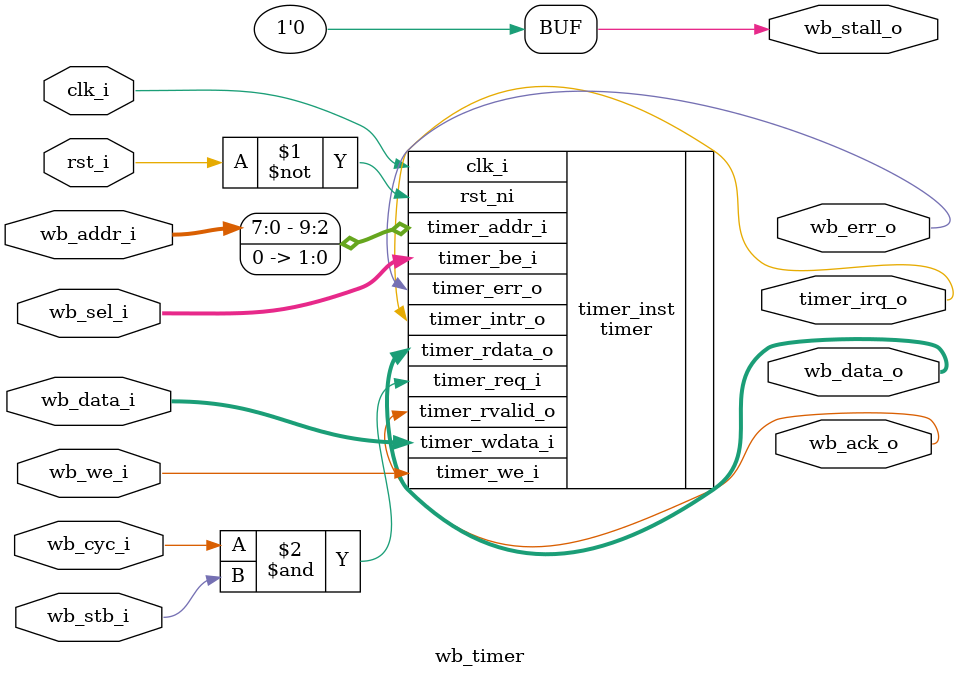
<source format=v>
module wb_timer (
	clk_i,
	rst_i,
	wb_cyc_i,
	wb_stb_i,
	wb_we_i,
	wb_addr_i,
	wb_data_i,
	wb_sel_i,
	wb_stall_o,
	wb_ack_o,
	wb_err_o,
	wb_data_o,
	timer_irq_o
);
	input wire clk_i;
	input wire rst_i;
	input wire wb_cyc_i;
	input wire wb_stb_i;
	input wire wb_we_i;
	input wire [7:0] wb_addr_i;
	input wire [31:0] wb_data_i;
	input wire [3:0] wb_sel_i;
	output wire wb_stall_o;
	output wire wb_ack_o;
	output wire wb_err_o;
	output wire [31:0] wb_data_o;
	output wire timer_irq_o;
	assign wb_stall_o = 1'b0;
	timer #(
		.DataWidth(32),
		.AddressWidth(10)
	) timer_inst(
		.clk_i(clk_i),
		.rst_ni(~rst_i),
		.timer_req_i(wb_cyc_i & wb_stb_i),
		.timer_addr_i({wb_addr_i, 2'b00}),
		.timer_we_i(wb_we_i),
		.timer_be_i(wb_sel_i),
		.timer_wdata_i(wb_data_i),
		.timer_rvalid_o(wb_ack_o),
		.timer_rdata_o(wb_data_o),
		.timer_err_o(wb_err_o),
		.timer_intr_o(timer_irq_o)
	);
endmodule

</source>
